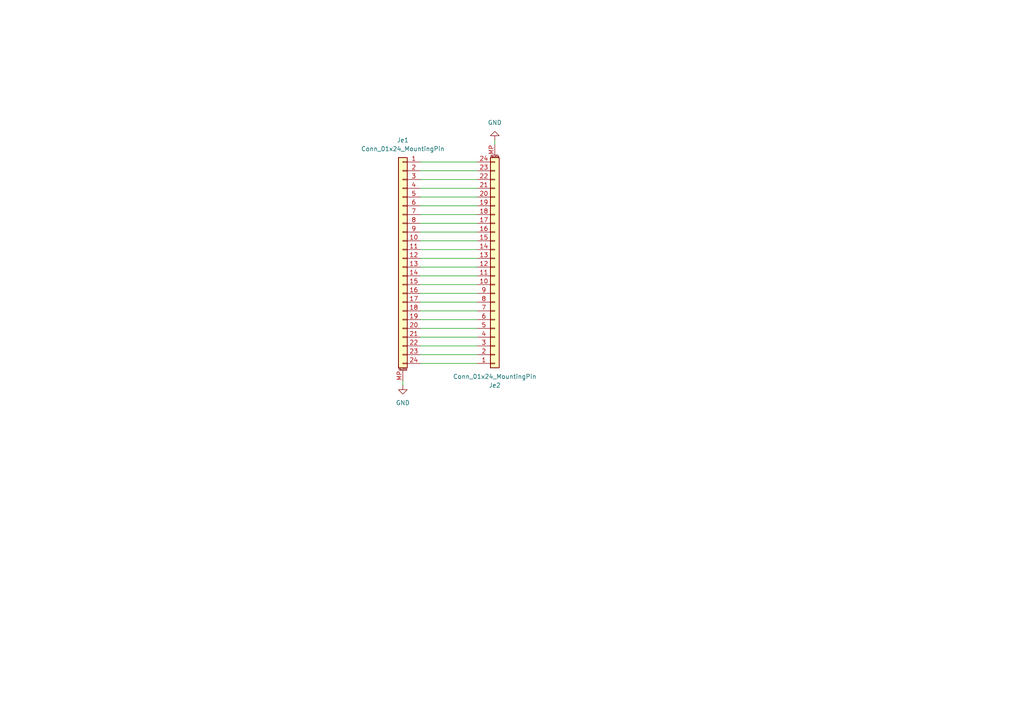
<source format=kicad_sch>
(kicad_sch
	(version 20231120)
	(generator "eeschema")
	(generator_version "8.0")
	(uuid "82b77ff5-03e6-4286-aeea-6197ebe01228")
	(paper "A4")
	(lib_symbols
		(symbol "Connector_Generic_MountingPin:Conn_01x24_MountingPin"
			(pin_names
				(offset 1.016) hide)
			(exclude_from_sim no)
			(in_bom yes)
			(on_board yes)
			(property "Reference" "J"
				(at 0 30.48 0)
				(effects
					(font
						(size 1.27 1.27)
					)
				)
			)
			(property "Value" "Conn_01x24_MountingPin"
				(at 1.27 -33.02 0)
				(effects
					(font
						(size 1.27 1.27)
					)
					(justify left)
				)
			)
			(property "Footprint" ""
				(at 0 0 0)
				(effects
					(font
						(size 1.27 1.27)
					)
					(hide yes)
				)
			)
			(property "Datasheet" "~"
				(at 0 0 0)
				(effects
					(font
						(size 1.27 1.27)
					)
					(hide yes)
				)
			)
			(property "Description" "Generic connectable mounting pin connector, single row, 01x24, script generated (kicad-library-utils/schlib/autogen/connector/)"
				(at 0 0 0)
				(effects
					(font
						(size 1.27 1.27)
					)
					(hide yes)
				)
			)
			(property "ki_keywords" "connector"
				(at 0 0 0)
				(effects
					(font
						(size 1.27 1.27)
					)
					(hide yes)
				)
			)
			(property "ki_fp_filters" "Connector*:*_1x??-1MP*"
				(at 0 0 0)
				(effects
					(font
						(size 1.27 1.27)
					)
					(hide yes)
				)
			)
			(symbol "Conn_01x24_MountingPin_1_1"
				(rectangle
					(start -1.27 -30.353)
					(end 0 -30.607)
					(stroke
						(width 0.1524)
						(type default)
					)
					(fill
						(type none)
					)
				)
				(rectangle
					(start -1.27 -27.813)
					(end 0 -28.067)
					(stroke
						(width 0.1524)
						(type default)
					)
					(fill
						(type none)
					)
				)
				(rectangle
					(start -1.27 -25.273)
					(end 0 -25.527)
					(stroke
						(width 0.1524)
						(type default)
					)
					(fill
						(type none)
					)
				)
				(rectangle
					(start -1.27 -22.733)
					(end 0 -22.987)
					(stroke
						(width 0.1524)
						(type default)
					)
					(fill
						(type none)
					)
				)
				(rectangle
					(start -1.27 -20.193)
					(end 0 -20.447)
					(stroke
						(width 0.1524)
						(type default)
					)
					(fill
						(type none)
					)
				)
				(rectangle
					(start -1.27 -17.653)
					(end 0 -17.907)
					(stroke
						(width 0.1524)
						(type default)
					)
					(fill
						(type none)
					)
				)
				(rectangle
					(start -1.27 -15.113)
					(end 0 -15.367)
					(stroke
						(width 0.1524)
						(type default)
					)
					(fill
						(type none)
					)
				)
				(rectangle
					(start -1.27 -12.573)
					(end 0 -12.827)
					(stroke
						(width 0.1524)
						(type default)
					)
					(fill
						(type none)
					)
				)
				(rectangle
					(start -1.27 -10.033)
					(end 0 -10.287)
					(stroke
						(width 0.1524)
						(type default)
					)
					(fill
						(type none)
					)
				)
				(rectangle
					(start -1.27 -7.493)
					(end 0 -7.747)
					(stroke
						(width 0.1524)
						(type default)
					)
					(fill
						(type none)
					)
				)
				(rectangle
					(start -1.27 -4.953)
					(end 0 -5.207)
					(stroke
						(width 0.1524)
						(type default)
					)
					(fill
						(type none)
					)
				)
				(rectangle
					(start -1.27 -2.413)
					(end 0 -2.667)
					(stroke
						(width 0.1524)
						(type default)
					)
					(fill
						(type none)
					)
				)
				(rectangle
					(start -1.27 0.127)
					(end 0 -0.127)
					(stroke
						(width 0.1524)
						(type default)
					)
					(fill
						(type none)
					)
				)
				(rectangle
					(start -1.27 2.667)
					(end 0 2.413)
					(stroke
						(width 0.1524)
						(type default)
					)
					(fill
						(type none)
					)
				)
				(rectangle
					(start -1.27 5.207)
					(end 0 4.953)
					(stroke
						(width 0.1524)
						(type default)
					)
					(fill
						(type none)
					)
				)
				(rectangle
					(start -1.27 7.747)
					(end 0 7.493)
					(stroke
						(width 0.1524)
						(type default)
					)
					(fill
						(type none)
					)
				)
				(rectangle
					(start -1.27 10.287)
					(end 0 10.033)
					(stroke
						(width 0.1524)
						(type default)
					)
					(fill
						(type none)
					)
				)
				(rectangle
					(start -1.27 12.827)
					(end 0 12.573)
					(stroke
						(width 0.1524)
						(type default)
					)
					(fill
						(type none)
					)
				)
				(rectangle
					(start -1.27 15.367)
					(end 0 15.113)
					(stroke
						(width 0.1524)
						(type default)
					)
					(fill
						(type none)
					)
				)
				(rectangle
					(start -1.27 17.907)
					(end 0 17.653)
					(stroke
						(width 0.1524)
						(type default)
					)
					(fill
						(type none)
					)
				)
				(rectangle
					(start -1.27 20.447)
					(end 0 20.193)
					(stroke
						(width 0.1524)
						(type default)
					)
					(fill
						(type none)
					)
				)
				(rectangle
					(start -1.27 22.987)
					(end 0 22.733)
					(stroke
						(width 0.1524)
						(type default)
					)
					(fill
						(type none)
					)
				)
				(rectangle
					(start -1.27 25.527)
					(end 0 25.273)
					(stroke
						(width 0.1524)
						(type default)
					)
					(fill
						(type none)
					)
				)
				(rectangle
					(start -1.27 28.067)
					(end 0 27.813)
					(stroke
						(width 0.1524)
						(type default)
					)
					(fill
						(type none)
					)
				)
				(rectangle
					(start -1.27 29.21)
					(end 1.27 -31.75)
					(stroke
						(width 0.254)
						(type default)
					)
					(fill
						(type background)
					)
				)
				(polyline
					(pts
						(xy -1.016 -32.512) (xy 1.016 -32.512)
					)
					(stroke
						(width 0.1524)
						(type default)
					)
					(fill
						(type none)
					)
				)
				(text "Mounting"
					(at 0 -32.131 0)
					(effects
						(font
							(size 0.381 0.381)
						)
					)
				)
				(pin passive line
					(at -5.08 27.94 0)
					(length 3.81)
					(name "Pin_1"
						(effects
							(font
								(size 1.27 1.27)
							)
						)
					)
					(number "1"
						(effects
							(font
								(size 1.27 1.27)
							)
						)
					)
				)
				(pin passive line
					(at -5.08 5.08 0)
					(length 3.81)
					(name "Pin_10"
						(effects
							(font
								(size 1.27 1.27)
							)
						)
					)
					(number "10"
						(effects
							(font
								(size 1.27 1.27)
							)
						)
					)
				)
				(pin passive line
					(at -5.08 2.54 0)
					(length 3.81)
					(name "Pin_11"
						(effects
							(font
								(size 1.27 1.27)
							)
						)
					)
					(number "11"
						(effects
							(font
								(size 1.27 1.27)
							)
						)
					)
				)
				(pin passive line
					(at -5.08 0 0)
					(length 3.81)
					(name "Pin_12"
						(effects
							(font
								(size 1.27 1.27)
							)
						)
					)
					(number "12"
						(effects
							(font
								(size 1.27 1.27)
							)
						)
					)
				)
				(pin passive line
					(at -5.08 -2.54 0)
					(length 3.81)
					(name "Pin_13"
						(effects
							(font
								(size 1.27 1.27)
							)
						)
					)
					(number "13"
						(effects
							(font
								(size 1.27 1.27)
							)
						)
					)
				)
				(pin passive line
					(at -5.08 -5.08 0)
					(length 3.81)
					(name "Pin_14"
						(effects
							(font
								(size 1.27 1.27)
							)
						)
					)
					(number "14"
						(effects
							(font
								(size 1.27 1.27)
							)
						)
					)
				)
				(pin passive line
					(at -5.08 -7.62 0)
					(length 3.81)
					(name "Pin_15"
						(effects
							(font
								(size 1.27 1.27)
							)
						)
					)
					(number "15"
						(effects
							(font
								(size 1.27 1.27)
							)
						)
					)
				)
				(pin passive line
					(at -5.08 -10.16 0)
					(length 3.81)
					(name "Pin_16"
						(effects
							(font
								(size 1.27 1.27)
							)
						)
					)
					(number "16"
						(effects
							(font
								(size 1.27 1.27)
							)
						)
					)
				)
				(pin passive line
					(at -5.08 -12.7 0)
					(length 3.81)
					(name "Pin_17"
						(effects
							(font
								(size 1.27 1.27)
							)
						)
					)
					(number "17"
						(effects
							(font
								(size 1.27 1.27)
							)
						)
					)
				)
				(pin passive line
					(at -5.08 -15.24 0)
					(length 3.81)
					(name "Pin_18"
						(effects
							(font
								(size 1.27 1.27)
							)
						)
					)
					(number "18"
						(effects
							(font
								(size 1.27 1.27)
							)
						)
					)
				)
				(pin passive line
					(at -5.08 -17.78 0)
					(length 3.81)
					(name "Pin_19"
						(effects
							(font
								(size 1.27 1.27)
							)
						)
					)
					(number "19"
						(effects
							(font
								(size 1.27 1.27)
							)
						)
					)
				)
				(pin passive line
					(at -5.08 25.4 0)
					(length 3.81)
					(name "Pin_2"
						(effects
							(font
								(size 1.27 1.27)
							)
						)
					)
					(number "2"
						(effects
							(font
								(size 1.27 1.27)
							)
						)
					)
				)
				(pin passive line
					(at -5.08 -20.32 0)
					(length 3.81)
					(name "Pin_20"
						(effects
							(font
								(size 1.27 1.27)
							)
						)
					)
					(number "20"
						(effects
							(font
								(size 1.27 1.27)
							)
						)
					)
				)
				(pin passive line
					(at -5.08 -22.86 0)
					(length 3.81)
					(name "Pin_21"
						(effects
							(font
								(size 1.27 1.27)
							)
						)
					)
					(number "21"
						(effects
							(font
								(size 1.27 1.27)
							)
						)
					)
				)
				(pin passive line
					(at -5.08 -25.4 0)
					(length 3.81)
					(name "Pin_22"
						(effects
							(font
								(size 1.27 1.27)
							)
						)
					)
					(number "22"
						(effects
							(font
								(size 1.27 1.27)
							)
						)
					)
				)
				(pin passive line
					(at -5.08 -27.94 0)
					(length 3.81)
					(name "Pin_23"
						(effects
							(font
								(size 1.27 1.27)
							)
						)
					)
					(number "23"
						(effects
							(font
								(size 1.27 1.27)
							)
						)
					)
				)
				(pin passive line
					(at -5.08 -30.48 0)
					(length 3.81)
					(name "Pin_24"
						(effects
							(font
								(size 1.27 1.27)
							)
						)
					)
					(number "24"
						(effects
							(font
								(size 1.27 1.27)
							)
						)
					)
				)
				(pin passive line
					(at -5.08 22.86 0)
					(length 3.81)
					(name "Pin_3"
						(effects
							(font
								(size 1.27 1.27)
							)
						)
					)
					(number "3"
						(effects
							(font
								(size 1.27 1.27)
							)
						)
					)
				)
				(pin passive line
					(at -5.08 20.32 0)
					(length 3.81)
					(name "Pin_4"
						(effects
							(font
								(size 1.27 1.27)
							)
						)
					)
					(number "4"
						(effects
							(font
								(size 1.27 1.27)
							)
						)
					)
				)
				(pin passive line
					(at -5.08 17.78 0)
					(length 3.81)
					(name "Pin_5"
						(effects
							(font
								(size 1.27 1.27)
							)
						)
					)
					(number "5"
						(effects
							(font
								(size 1.27 1.27)
							)
						)
					)
				)
				(pin passive line
					(at -5.08 15.24 0)
					(length 3.81)
					(name "Pin_6"
						(effects
							(font
								(size 1.27 1.27)
							)
						)
					)
					(number "6"
						(effects
							(font
								(size 1.27 1.27)
							)
						)
					)
				)
				(pin passive line
					(at -5.08 12.7 0)
					(length 3.81)
					(name "Pin_7"
						(effects
							(font
								(size 1.27 1.27)
							)
						)
					)
					(number "7"
						(effects
							(font
								(size 1.27 1.27)
							)
						)
					)
				)
				(pin passive line
					(at -5.08 10.16 0)
					(length 3.81)
					(name "Pin_8"
						(effects
							(font
								(size 1.27 1.27)
							)
						)
					)
					(number "8"
						(effects
							(font
								(size 1.27 1.27)
							)
						)
					)
				)
				(pin passive line
					(at -5.08 7.62 0)
					(length 3.81)
					(name "Pin_9"
						(effects
							(font
								(size 1.27 1.27)
							)
						)
					)
					(number "9"
						(effects
							(font
								(size 1.27 1.27)
							)
						)
					)
				)
				(pin passive line
					(at 0 -35.56 90)
					(length 3.048)
					(name "MountPin"
						(effects
							(font
								(size 1.27 1.27)
							)
						)
					)
					(number "MP"
						(effects
							(font
								(size 1.27 1.27)
							)
						)
					)
				)
			)
		)
		(symbol "power:GND"
			(power)
			(pin_numbers hide)
			(pin_names
				(offset 0) hide)
			(exclude_from_sim no)
			(in_bom yes)
			(on_board yes)
			(property "Reference" "#PWR"
				(at 0 -6.35 0)
				(effects
					(font
						(size 1.27 1.27)
					)
					(hide yes)
				)
			)
			(property "Value" "GND"
				(at 0 -3.81 0)
				(effects
					(font
						(size 1.27 1.27)
					)
				)
			)
			(property "Footprint" ""
				(at 0 0 0)
				(effects
					(font
						(size 1.27 1.27)
					)
					(hide yes)
				)
			)
			(property "Datasheet" ""
				(at 0 0 0)
				(effects
					(font
						(size 1.27 1.27)
					)
					(hide yes)
				)
			)
			(property "Description" "Power symbol creates a global label with name \"GND\" , ground"
				(at 0 0 0)
				(effects
					(font
						(size 1.27 1.27)
					)
					(hide yes)
				)
			)
			(property "ki_keywords" "global power"
				(at 0 0 0)
				(effects
					(font
						(size 1.27 1.27)
					)
					(hide yes)
				)
			)
			(symbol "GND_0_1"
				(polyline
					(pts
						(xy 0 0) (xy 0 -1.27) (xy 1.27 -1.27) (xy 0 -2.54) (xy -1.27 -1.27) (xy 0 -1.27)
					)
					(stroke
						(width 0)
						(type default)
					)
					(fill
						(type none)
					)
				)
			)
			(symbol "GND_1_1"
				(pin power_in line
					(at 0 0 270)
					(length 0)
					(name "~"
						(effects
							(font
								(size 1.27 1.27)
							)
						)
					)
					(number "1"
						(effects
							(font
								(size 1.27 1.27)
							)
						)
					)
				)
			)
		)
	)
	(wire
		(pts
			(xy 121.92 64.77) (xy 138.43 64.77)
		)
		(stroke
			(width 0)
			(type default)
		)
		(uuid "103c237a-27dc-40a7-911f-068913a5a5ad")
	)
	(wire
		(pts
			(xy 121.92 80.01) (xy 138.43 80.01)
		)
		(stroke
			(width 0)
			(type default)
		)
		(uuid "2db99e86-0f4d-4dd5-92b1-926f441dc4fa")
	)
	(wire
		(pts
			(xy 121.92 90.17) (xy 138.43 90.17)
		)
		(stroke
			(width 0)
			(type default)
		)
		(uuid "2fe54155-4a26-4abc-be86-472bee88ee71")
	)
	(wire
		(pts
			(xy 121.92 49.53) (xy 138.43 49.53)
		)
		(stroke
			(width 0)
			(type default)
		)
		(uuid "40e41abc-4d7f-4d3c-bc77-025811f50305")
	)
	(wire
		(pts
			(xy 121.92 69.85) (xy 138.43 69.85)
		)
		(stroke
			(width 0)
			(type default)
		)
		(uuid "4478f758-e069-465d-a490-181c60782661")
	)
	(wire
		(pts
			(xy 121.92 77.47) (xy 138.43 77.47)
		)
		(stroke
			(width 0)
			(type default)
		)
		(uuid "486bc798-48ef-42c7-809c-f378e426201b")
	)
	(wire
		(pts
			(xy 116.84 110.49) (xy 116.84 111.76)
		)
		(stroke
			(width 0)
			(type default)
		)
		(uuid "645282bb-6800-47bf-88be-16e5c10eee97")
	)
	(wire
		(pts
			(xy 121.92 92.71) (xy 138.43 92.71)
		)
		(stroke
			(width 0)
			(type default)
		)
		(uuid "66eaf4f8-f1cb-4bb7-b513-84057c360f1b")
	)
	(wire
		(pts
			(xy 121.92 95.25) (xy 138.43 95.25)
		)
		(stroke
			(width 0)
			(type default)
		)
		(uuid "6ae82aec-4ca1-45e1-b043-7c161e04e79f")
	)
	(wire
		(pts
			(xy 121.92 67.31) (xy 138.43 67.31)
		)
		(stroke
			(width 0)
			(type default)
		)
		(uuid "739af8ff-b920-49ca-b780-e9af76af684d")
	)
	(wire
		(pts
			(xy 121.92 97.79) (xy 138.43 97.79)
		)
		(stroke
			(width 0)
			(type default)
		)
		(uuid "74604716-a9c5-4263-b99b-9b8889bfcd0c")
	)
	(wire
		(pts
			(xy 121.92 46.99) (xy 138.43 46.99)
		)
		(stroke
			(width 0)
			(type default)
		)
		(uuid "7976eca7-e996-4c91-80ca-753b34cb801d")
	)
	(wire
		(pts
			(xy 121.92 82.55) (xy 138.43 82.55)
		)
		(stroke
			(width 0)
			(type default)
		)
		(uuid "7a205860-1616-475f-94ab-60f460ec80fb")
	)
	(wire
		(pts
			(xy 121.92 52.07) (xy 138.43 52.07)
		)
		(stroke
			(width 0)
			(type default)
		)
		(uuid "84441726-ea0e-4df8-b1eb-da0fd78c0f94")
	)
	(wire
		(pts
			(xy 121.92 57.15) (xy 138.43 57.15)
		)
		(stroke
			(width 0)
			(type default)
		)
		(uuid "8ab89b53-4b95-4163-8285-0fc1ed1cdbff")
	)
	(wire
		(pts
			(xy 143.51 41.91) (xy 143.51 40.64)
		)
		(stroke
			(width 0)
			(type default)
		)
		(uuid "9417d611-57c5-41e4-8921-4126719ede56")
	)
	(wire
		(pts
			(xy 121.92 85.09) (xy 138.43 85.09)
		)
		(stroke
			(width 0)
			(type default)
		)
		(uuid "952404ae-a863-4c9d-862a-c4f516df6eec")
	)
	(wire
		(pts
			(xy 121.92 62.23) (xy 138.43 62.23)
		)
		(stroke
			(width 0)
			(type default)
		)
		(uuid "a101a418-d60a-4949-9219-ccceff0ce557")
	)
	(wire
		(pts
			(xy 121.92 72.39) (xy 138.43 72.39)
		)
		(stroke
			(width 0)
			(type default)
		)
		(uuid "ab7596b2-e311-4e17-876b-0a648904c807")
	)
	(wire
		(pts
			(xy 121.92 105.41) (xy 138.43 105.41)
		)
		(stroke
			(width 0)
			(type default)
		)
		(uuid "adafb982-ea3f-4925-b0b6-bf3e2a1df4ea")
	)
	(wire
		(pts
			(xy 121.92 59.69) (xy 138.43 59.69)
		)
		(stroke
			(width 0)
			(type default)
		)
		(uuid "b08ac48a-1edf-4a66-bea9-1c09274497d2")
	)
	(wire
		(pts
			(xy 121.92 100.33) (xy 138.43 100.33)
		)
		(stroke
			(width 0)
			(type default)
		)
		(uuid "b3975792-0d73-44f2-b258-d88db651db7d")
	)
	(wire
		(pts
			(xy 121.92 87.63) (xy 138.43 87.63)
		)
		(stroke
			(width 0)
			(type default)
		)
		(uuid "b60e1566-92ed-40d6-9898-a6f3c1f0193f")
	)
	(wire
		(pts
			(xy 121.92 74.93) (xy 138.43 74.93)
		)
		(stroke
			(width 0)
			(type default)
		)
		(uuid "ba541f51-ebab-479f-abae-319c26b69f40")
	)
	(wire
		(pts
			(xy 121.92 102.87) (xy 138.43 102.87)
		)
		(stroke
			(width 0)
			(type default)
		)
		(uuid "e1d4b4a9-fa11-47ee-8b4d-bdc0838d25d1")
	)
	(wire
		(pts
			(xy 121.92 54.61) (xy 138.43 54.61)
		)
		(stroke
			(width 0)
			(type default)
		)
		(uuid "f7d0d82d-8007-4c31-90f7-a13418e8eb0d")
	)
	(symbol
		(lib_id "Connector_Generic_MountingPin:Conn_01x24_MountingPin")
		(at 116.84 74.93 0)
		(mirror y)
		(unit 1)
		(exclude_from_sim no)
		(in_bom yes)
		(on_board yes)
		(dnp no)
		(fields_autoplaced yes)
		(uuid "1374fa42-39e1-48b4-b2fc-c84cb8468809")
		(property "Reference" "Je1"
			(at 116.84 40.64 0)
			(effects
				(font
					(size 1.27 1.27)
				)
			)
		)
		(property "Value" "Conn_01x24_MountingPin"
			(at 116.84 43.18 0)
			(effects
				(font
					(size 1.27 1.27)
				)
			)
		)
		(property "Footprint" "Custom_FFC-FPC:Hirose_FH34SRJ-24S-0.5SH_1x24-1MP_P0.50mm_Horizontal"
			(at 116.84 74.93 0)
			(effects
				(font
					(size 1.27 1.27)
				)
				(hide yes)
			)
		)
		(property "Datasheet" "~"
			(at 116.84 74.93 0)
			(effects
				(font
					(size 1.27 1.27)
				)
				(hide yes)
			)
		)
		(property "Description" "Generic connectable mounting pin connector, single row, 01x24, script generated (kicad-library-utils/schlib/autogen/connector/)"
			(at 116.84 74.93 0)
			(effects
				(font
					(size 1.27 1.27)
				)
				(hide yes)
			)
		)
		(property "MPN" ""
			(at 116.84 74.93 0)
			(effects
				(font
					(size 1.27 1.27)
				)
				(hide yes)
			)
		)
		(property "Standard Cost" ""
			(at 116.84 74.93 0)
			(effects
				(font
					(size 1.27 1.27)
				)
				(hide yes)
			)
		)
		(property "Manufacturer" ""
			(at 116.84 74.93 0)
			(effects
				(font
					(size 1.27 1.27)
				)
				(hide yes)
			)
		)
		(pin "21"
			(uuid "ff9736b8-91df-4e9a-899f-8aee80a754fc")
		)
		(pin "24"
			(uuid "5e8df307-dd69-465c-9de6-9a97cbf7b4e4")
		)
		(pin "10"
			(uuid "e46ae9aa-c190-4981-be6a-ddccd9f6fd69")
		)
		(pin "15"
			(uuid "7195023b-4142-483f-b4e5-94fe7629b0ab")
		)
		(pin "MP"
			(uuid "80536f78-c977-4a3e-8fc1-ef591f1c7e37")
		)
		(pin "1"
			(uuid "24079f52-c487-46bb-9b68-20b9d2154e3d")
		)
		(pin "14"
			(uuid "efce856e-3f67-41db-afc2-6b2db282880f")
		)
		(pin "18"
			(uuid "1b790622-ec7c-4ff3-8049-34474995e2fa")
		)
		(pin "22"
			(uuid "64cb9951-fcf4-4e2a-be85-17c2b9d7dccd")
		)
		(pin "3"
			(uuid "51da640d-affa-41a6-9503-d44deec95ff5")
		)
		(pin "20"
			(uuid "a2de6c32-0d56-4a75-b837-0e391ac2afa1")
		)
		(pin "7"
			(uuid "e7bfb66c-2514-4d53-82e0-337cc7cd8eb7")
		)
		(pin "11"
			(uuid "4cecdb59-1223-41db-a990-541f7360bd83")
		)
		(pin "16"
			(uuid "6cf71d4c-6a83-4669-adbf-66770efd855d")
		)
		(pin "4"
			(uuid "9aee85cc-9490-4274-b098-f3bab38a8755")
		)
		(pin "5"
			(uuid "63099c46-ecc1-4191-98a9-41fc270b696d")
		)
		(pin "6"
			(uuid "6a95477d-9f41-41ab-afb4-34755b03cf67")
		)
		(pin "12"
			(uuid "7c3d3f71-3e1b-40b6-a93d-2b951d4fb534")
		)
		(pin "8"
			(uuid "b235dfbd-2eb4-4fcb-a914-c06e3a02e9bb")
		)
		(pin "13"
			(uuid "172ee0ad-ea36-42e8-80b6-cb8e506714fc")
		)
		(pin "23"
			(uuid "086f3569-0827-4000-a92c-fca1a77427ca")
		)
		(pin "2"
			(uuid "bb92eedf-e5b5-414b-b05d-36d5912a9335")
		)
		(pin "17"
			(uuid "8056db29-5214-41a5-ab3e-a3df6f434c3a")
		)
		(pin "19"
			(uuid "68c69ba5-c831-4d6c-9ec4-2194c88c76fd")
		)
		(pin "9"
			(uuid "d69af537-5d7c-4d35-923e-99e4375e9e5d")
		)
		(instances
			(project ""
				(path "/82b77ff5-03e6-4286-aeea-6197ebe01228"
					(reference "Je1")
					(unit 1)
				)
			)
		)
	)
	(symbol
		(lib_id "Connector_Generic_MountingPin:Conn_01x24_MountingPin")
		(at 143.51 77.47 0)
		(mirror x)
		(unit 1)
		(exclude_from_sim no)
		(in_bom yes)
		(on_board yes)
		(dnp no)
		(fields_autoplaced yes)
		(uuid "8fcc8a29-9f1b-4aaa-94cc-3a18fa07b211")
		(property "Reference" "Je2"
			(at 143.51 111.76 0)
			(effects
				(font
					(size 1.27 1.27)
				)
			)
		)
		(property "Value" "Conn_01x24_MountingPin"
			(at 143.51 109.22 0)
			(effects
				(font
					(size 1.27 1.27)
				)
			)
		)
		(property "Footprint" "Custom_FFC-FPC:Hirose_FH34SRJ-24S-0.5SH_1x24-1MP_P0.50mm_Horizontal"
			(at 143.51 77.47 0)
			(effects
				(font
					(size 1.27 1.27)
				)
				(hide yes)
			)
		)
		(property "Datasheet" "~"
			(at 143.51 77.47 0)
			(effects
				(font
					(size 1.27 1.27)
				)
				(hide yes)
			)
		)
		(property "Description" "Generic connectable mounting pin connector, single row, 01x24, script generated (kicad-library-utils/schlib/autogen/connector/)"
			(at 143.51 77.47 0)
			(effects
				(font
					(size 1.27 1.27)
				)
				(hide yes)
			)
		)
		(property "MPN" ""
			(at 143.51 77.47 0)
			(effects
				(font
					(size 1.27 1.27)
				)
				(hide yes)
			)
		)
		(property "Standard Cost" ""
			(at 143.51 77.47 0)
			(effects
				(font
					(size 1.27 1.27)
				)
				(hide yes)
			)
		)
		(property "Manufacturer" ""
			(at 143.51 77.47 0)
			(effects
				(font
					(size 1.27 1.27)
				)
				(hide yes)
			)
		)
		(pin "21"
			(uuid "a66da607-2cbf-4f74-954c-e996c5c083cd")
		)
		(pin "24"
			(uuid "b60b0564-ef87-4532-89d9-3deaca6600cc")
		)
		(pin "10"
			(uuid "214b40c6-b38e-4bfd-9b31-0a11677b2358")
		)
		(pin "15"
			(uuid "646d4275-7dbc-45bf-b77b-0b762a7f34b8")
		)
		(pin "MP"
			(uuid "7aa4ad0a-a992-4853-9b95-26cf529b5410")
		)
		(pin "1"
			(uuid "81dcf871-cab7-40ac-a328-96407d6f070c")
		)
		(pin "14"
			(uuid "eba349bd-ac78-4de2-a770-410d7c7a426d")
		)
		(pin "18"
			(uuid "eec76e22-1ace-432e-a40c-2ba2afdc6bed")
		)
		(pin "22"
			(uuid "befd53a2-effe-4b33-b7ba-9cde778aea9e")
		)
		(pin "3"
			(uuid "063481f1-b08b-449a-97f2-ba27c0875e2b")
		)
		(pin "20"
			(uuid "8894d831-6153-45cf-b406-77f110479e79")
		)
		(pin "7"
			(uuid "e3826741-6ad9-4c35-9bfa-f86ff350bd16")
		)
		(pin "11"
			(uuid "70b882d4-c633-4787-a502-9f73c75a2e82")
		)
		(pin "16"
			(uuid "735224a9-962d-4704-ba07-5cbb5714aac2")
		)
		(pin "4"
			(uuid "ea07bb50-4f4d-4ba8-a66e-cb5d422eaf47")
		)
		(pin "5"
			(uuid "c5ea29c3-1335-495f-b449-f146bd9e0eba")
		)
		(pin "6"
			(uuid "67e097d1-24c1-4002-b5e7-832103b9335a")
		)
		(pin "12"
			(uuid "d79ed594-0ba4-41e8-a1d3-5a17297d6895")
		)
		(pin "8"
			(uuid "0b32d71a-bd29-45b7-96ed-cd6deee2989f")
		)
		(pin "13"
			(uuid "569fd0f4-4bd2-4b44-acf9-651faeb3114e")
		)
		(pin "23"
			(uuid "e81ff240-96cc-45b3-8be4-b6940cb1fb83")
		)
		(pin "2"
			(uuid "043f33c6-28fa-4c6d-89ce-928c99fb26bf")
		)
		(pin "17"
			(uuid "c29b17c8-f5de-4a48-b200-f8d2d5b129c1")
		)
		(pin "19"
			(uuid "13ab3afd-3659-4621-8cfb-5d5d856220a8")
		)
		(pin "9"
			(uuid "ab3701b0-e30f-4b9f-b8f5-a5cb15972355")
		)
		(instances
			(project "proto_gshps_flex_bodge_board"
				(path "/82b77ff5-03e6-4286-aeea-6197ebe01228"
					(reference "Je2")
					(unit 1)
				)
			)
		)
	)
	(symbol
		(lib_id "power:GND")
		(at 116.84 111.76 0)
		(unit 1)
		(exclude_from_sim no)
		(in_bom yes)
		(on_board yes)
		(dnp no)
		(fields_autoplaced yes)
		(uuid "ad959dd2-4d1f-49dc-a37c-5a32e78ac712")
		(property "Reference" "#PWR01"
			(at 116.84 118.11 0)
			(effects
				(font
					(size 1.27 1.27)
				)
				(hide yes)
			)
		)
		(property "Value" "GND"
			(at 116.84 116.84 0)
			(effects
				(font
					(size 1.27 1.27)
				)
			)
		)
		(property "Footprint" ""
			(at 116.84 111.76 0)
			(effects
				(font
					(size 1.27 1.27)
				)
				(hide yes)
			)
		)
		(property "Datasheet" ""
			(at 116.84 111.76 0)
			(effects
				(font
					(size 1.27 1.27)
				)
				(hide yes)
			)
		)
		(property "Description" "Power symbol creates a global label with name \"GND\" , ground"
			(at 116.84 111.76 0)
			(effects
				(font
					(size 1.27 1.27)
				)
				(hide yes)
			)
		)
		(pin "1"
			(uuid "d6a45679-ccaf-4ba6-9c99-f85f4a895c37")
		)
		(instances
			(project ""
				(path "/82b77ff5-03e6-4286-aeea-6197ebe01228"
					(reference "#PWR01")
					(unit 1)
				)
			)
		)
	)
	(symbol
		(lib_id "power:GND")
		(at 143.51 40.64 180)
		(unit 1)
		(exclude_from_sim no)
		(in_bom yes)
		(on_board yes)
		(dnp no)
		(fields_autoplaced yes)
		(uuid "f4469f01-c7fb-43be-88a1-25490f2beadb")
		(property "Reference" "#PWR02"
			(at 143.51 34.29 0)
			(effects
				(font
					(size 1.27 1.27)
				)
				(hide yes)
			)
		)
		(property "Value" "GND"
			(at 143.51 35.56 0)
			(effects
				(font
					(size 1.27 1.27)
				)
			)
		)
		(property "Footprint" ""
			(at 143.51 40.64 0)
			(effects
				(font
					(size 1.27 1.27)
				)
				(hide yes)
			)
		)
		(property "Datasheet" ""
			(at 143.51 40.64 0)
			(effects
				(font
					(size 1.27 1.27)
				)
				(hide yes)
			)
		)
		(property "Description" "Power symbol creates a global label with name \"GND\" , ground"
			(at 143.51 40.64 0)
			(effects
				(font
					(size 1.27 1.27)
				)
				(hide yes)
			)
		)
		(pin "1"
			(uuid "2c0a433c-8a0b-4f49-9b0b-f512228de122")
		)
		(instances
			(project "proto_gshps_flex_bodge_board"
				(path "/82b77ff5-03e6-4286-aeea-6197ebe01228"
					(reference "#PWR02")
					(unit 1)
				)
			)
		)
	)
	(sheet_instances
		(path "/"
			(page "1")
		)
	)
)

</source>
